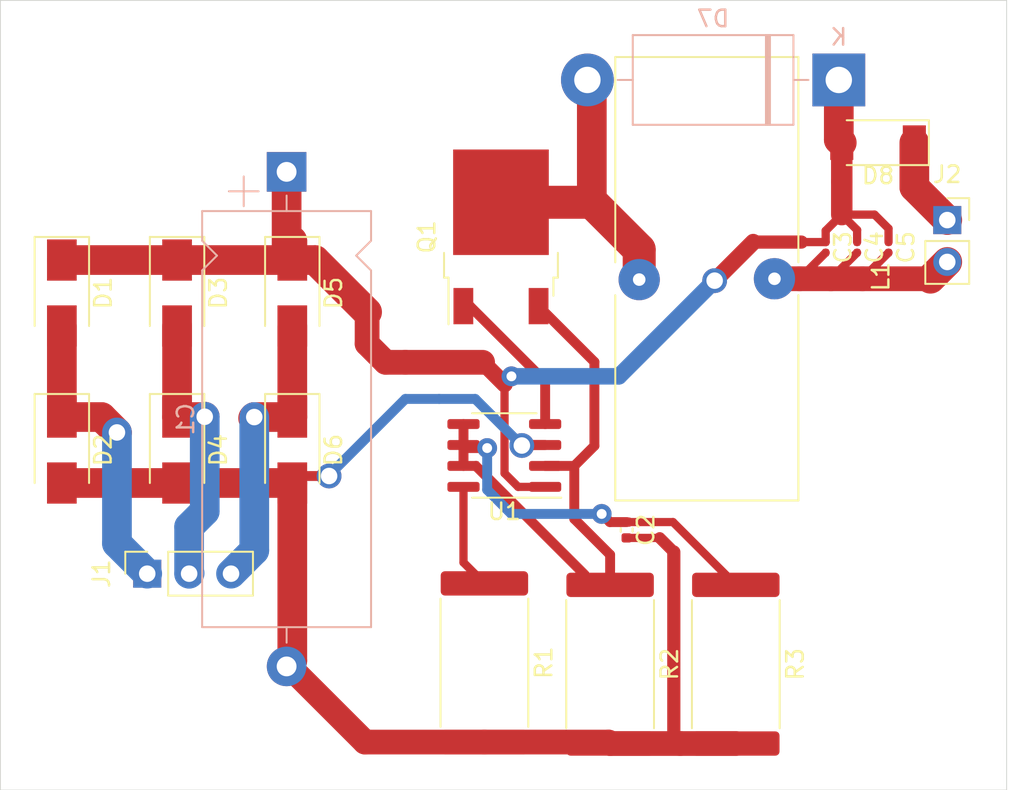
<source format=kicad_pcb>
(kicad_pcb (version 20171130) (host pcbnew "(5.1.8)-1")

  (general
    (thickness 1.6)
    (drawings 4)
    (tracks 134)
    (zones 0)
    (modules 21)
    (nets 13)
  )

  (page A4)
  (title_block
    (title "Buck Converter")
    (date 2021-01-10)
    (rev v1.1)
    (company ODTÜ)
  )

  (layers
    (0 F.Cu signal)
    (31 B.Cu signal)
    (32 B.Adhes user)
    (33 F.Adhes user)
    (34 B.Paste user)
    (35 F.Paste user)
    (36 B.SilkS user)
    (37 F.SilkS user)
    (38 B.Mask user)
    (39 F.Mask user)
    (40 Dwgs.User user)
    (41 Cmts.User user)
    (42 Eco1.User user)
    (43 Eco2.User user)
    (44 Edge.Cuts user)
    (45 Margin user)
    (46 B.CrtYd user)
    (47 F.CrtYd user)
    (48 B.Fab user)
    (49 F.Fab user)
  )

  (setup
    (last_trace_width 1.3)
    (user_trace_width 0.5)
    (user_trace_width 0.85)
    (user_trace_width 0.9)
    (user_trace_width 1)
    (user_trace_width 1.3)
    (user_trace_width 1.5)
    (user_trace_width 1.8)
    (user_trace_width 1.9)
    (user_trace_width 2)
    (user_trace_width 2.5)
    (user_trace_width 5)
    (user_trace_width 6)
    (trace_clearance 0.05)
    (zone_clearance 0.508)
    (zone_45_only no)
    (trace_min 0.2)
    (via_size 0.8)
    (via_drill 0.4)
    (via_min_size 0.4)
    (via_min_drill 0.3)
    (user_via 1.2 0.6)
    (user_via 1.5 1)
    (uvia_size 0.3)
    (uvia_drill 0.1)
    (uvias_allowed no)
    (uvia_min_size 0.2)
    (uvia_min_drill 0.1)
    (edge_width 0.05)
    (segment_width 0.2)
    (pcb_text_width 0.3)
    (pcb_text_size 1.5 1.5)
    (mod_edge_width 0.12)
    (mod_text_size 1 1)
    (mod_text_width 0.15)
    (pad_size 1.524 1.524)
    (pad_drill 0.762)
    (pad_to_mask_clearance 0)
    (aux_axis_origin 0 0)
    (visible_elements 7FFFFFFF)
    (pcbplotparams
      (layerselection 0x010fc_ffffffff)
      (usegerberextensions false)
      (usegerberattributes true)
      (usegerberadvancedattributes true)
      (creategerberjobfile true)
      (excludeedgelayer true)
      (linewidth 0.100000)
      (plotframeref false)
      (viasonmask false)
      (mode 1)
      (useauxorigin false)
      (hpglpennumber 1)
      (hpglpenspeed 20)
      (hpglpendiameter 15.000000)
      (psnegative false)
      (psa4output false)
      (plotreference true)
      (plotvalue true)
      (plotinvisibletext false)
      (padsonsilk false)
      (subtractmaskfromsilk false)
      (outputformat 1)
      (mirror false)
      (drillshape 1)
      (scaleselection 1)
      (outputdirectory ""))
  )

  (net 0 "")
  (net 1 "Net-(C1-Pad1)")
  (net 2 GND)
  (net 3 "Net-(C2-Pad1)")
  (net 4 "Net-(C3-Pad2)")
  (net 5 "Net-(D1-Pad2)")
  (net 6 "Net-(D3-Pad2)")
  (net 7 "Net-(D5-Pad2)")
  (net 8 "Net-(D7-Pad2)")
  (net 9 "Net-(D8-Pad1)")
  (net 10 "Net-(Q1-Pad1)")
  (net 11 "Net-(Q1-Pad3)")
  (net 12 "Net-(R1-Pad1)")

  (net_class Default "This is the default net class."
    (clearance 0.05)
    (trace_width 0.6)
    (via_dia 0.8)
    (via_drill 0.4)
    (uvia_dia 0.3)
    (uvia_drill 0.1)
    (add_net GND)
    (add_net "Net-(C1-Pad1)")
    (add_net "Net-(C2-Pad1)")
    (add_net "Net-(C3-Pad2)")
    (add_net "Net-(D1-Pad2)")
    (add_net "Net-(D3-Pad2)")
    (add_net "Net-(D5-Pad2)")
    (add_net "Net-(D7-Pad2)")
    (add_net "Net-(D8-Pad1)")
    (add_net "Net-(Q1-Pad1)")
    (add_net "Net-(Q1-Pad3)")
    (add_net "Net-(R1-Pad1)")
  )

  (module kutuphane_footprint:T106-3_Inductor (layer F.Cu) (tedit 5FFAED32) (tstamp 5FFB0F40)
    (at 231.775 95.885 90)
    (path /5FF948E1)
    (fp_text reference L1 (at 0.127 11.6 90) (layer F.SilkS)
      (effects (font (size 1 1) (thickness 0.15)))
    )
    (fp_text value L (at 0 -7.239 90) (layer F.Fab)
      (effects (font (size 1 1) (thickness 0.15)))
    )
    (fp_line (start -1.3 -4.35) (end -1.15 -3.75) (layer Dwgs.User) (width 0.06))
    (fp_line (start 10.7 -4.35) (end 13.25 4.8) (layer Dwgs.User) (width 0.06))
    (fp_line (start 7.7 -4.35) (end 10.7 6.45) (layer Dwgs.User) (width 0.06))
    (fp_line (start 7.7 6.45) (end 4.7 -4.35) (layer Dwgs.User) (width 0.06))
    (fp_line (start 4.7 6.45) (end 1.7 -4.35) (layer Dwgs.User) (width 0.06))
    (fp_line (start -0.6 -1.9) (end 1.7 6.45) (layer Dwgs.User) (width 0.06))
    (fp_line (start -1.3 6.45) (end -4.3 -4.35) (layer Dwgs.User) (width 0.06))
    (fp_line (start -7.3 -4.35) (end -4.3 6.45) (layer Dwgs.User) (width 0.06))
    (fp_line (start -7.3 6.45) (end -10.3 -4.35) (layer Dwgs.User) (width 0.06))
    (fp_line (start -13.3 -4.35) (end -10.3 6.45) (layer Dwgs.User) (width 0.06))
    (fp_line (start -13.3 6.45) (end -13.3 -4.35) (layer Dwgs.User) (width 0.06))
    (fp_line (start 13.3 6.45) (end -13.3 6.45) (layer Dwgs.User) (width 0.06))
    (fp_line (start 13.3 -4.35) (end 13.3 6.45) (layer Dwgs.User) (width 0.06))
    (fp_line (start -13.3 -4.35) (end 13.3 -4.35) (layer Dwgs.User) (width 0.06))
    (fp_line (start -13.55 6.7) (end -13.55 -4.6) (layer Dwgs.User) (width 0.03))
    (fp_line (start 13.55 6.7) (end -13.55 6.7) (layer Dwgs.User) (width 0.03))
    (fp_line (start 13.55 -4.6) (end 13.55 6.7) (layer Dwgs.User) (width 0.03))
    (fp_line (start -13.55 -4.6) (end 13.55 -4.6) (layer Dwgs.User) (width 0.03))
    (fp_line (start -13.45 6.6) (end -13.45 -4.5) (layer F.SilkS) (width 0.12))
    (fp_line (start -1 6.6) (end -13.45 6.6) (layer F.SilkS) (width 0.12))
    (fp_line (start 13.45 6.6) (end 1 6.6) (layer F.SilkS) (width 0.12))
    (fp_line (start 13.45 -4.5) (end 13.45 6.6) (layer F.SilkS) (width 0.12))
    (fp_line (start 1 -4.5) (end 13.45 -4.5) (layer F.SilkS) (width 0.12))
    (fp_line (start -1 -4.5) (end -13.45 -4.5) (layer F.SilkS) (width 0.12))
    (pad 1 thru_hole circle (at -0.05 -3.05 90) (size 2.5 2.5) (drill 0.762) (layers *.Cu *.Mask)
      (net 8 "Net-(D7-Pad2)"))
    (pad 2 thru_hole circle (at 0 5.15 90) (size 2.5 2.5) (drill 0.762) (layers *.Cu *.Mask)
      (net 4 "Net-(C3-Pad2)"))
  )

  (module Capacitor_THT:CP_Axial_L25.0mm_D10.0mm_P30.00mm_Horizontal (layer B.Cu) (tedit 5AE50EF2) (tstamp 5FFB0DE9)
    (at 207.35 89.4 270)
    (descr "CP, Axial series, Axial, Horizontal, pin pitch=30mm, , length*diameter=25*10mm^2, Electrolytic Capacitor, , http://www.vishay.com/docs/28325/021asm.pdf")
    (tags "CP Axial series Axial Horizontal pin pitch 30mm  length 25mm diameter 10mm Electrolytic Capacitor")
    (path /5FF95D6D)
    (fp_text reference C1 (at 15 6.12 270) (layer B.SilkS)
      (effects (font (size 1 1) (thickness 0.15)) (justify mirror))
    )
    (fp_text value CP1 (at 15 -6.12 270) (layer B.Fab)
      (effects (font (size 1 1) (thickness 0.15)) (justify mirror))
    )
    (fp_text user %R (at 15 0 270) (layer B.Fab)
      (effects (font (size 1 1) (thickness 0.15)) (justify mirror))
    )
    (fp_line (start 2.5 5) (end 2.5 -5) (layer B.Fab) (width 0.1))
    (fp_line (start 27.5 5) (end 27.5 -5) (layer B.Fab) (width 0.1))
    (fp_line (start 2.5 5) (end 4.18 5) (layer B.Fab) (width 0.1))
    (fp_line (start 4.18 5) (end 5.08 4.1) (layer B.Fab) (width 0.1))
    (fp_line (start 5.08 4.1) (end 5.98 5) (layer B.Fab) (width 0.1))
    (fp_line (start 5.98 5) (end 27.5 5) (layer B.Fab) (width 0.1))
    (fp_line (start 2.5 -5) (end 4.18 -5) (layer B.Fab) (width 0.1))
    (fp_line (start 4.18 -5) (end 5.08 -4.1) (layer B.Fab) (width 0.1))
    (fp_line (start 5.08 -4.1) (end 5.98 -5) (layer B.Fab) (width 0.1))
    (fp_line (start 5.98 -5) (end 27.5 -5) (layer B.Fab) (width 0.1))
    (fp_line (start 0 0) (end 2.5 0) (layer B.Fab) (width 0.1))
    (fp_line (start 30 0) (end 27.5 0) (layer B.Fab) (width 0.1))
    (fp_line (start 4.2 0) (end 6 0) (layer B.Fab) (width 0.1))
    (fp_line (start 5.1 0.9) (end 5.1 -0.9) (layer B.Fab) (width 0.1))
    (fp_line (start 0.28 2.6) (end 2.08 2.6) (layer B.SilkS) (width 0.12))
    (fp_line (start 1.18 3.5) (end 1.18 1.7) (layer B.SilkS) (width 0.12))
    (fp_line (start 2.38 5.12) (end 2.38 -5.12) (layer B.SilkS) (width 0.12))
    (fp_line (start 27.62 5.12) (end 27.62 -5.12) (layer B.SilkS) (width 0.12))
    (fp_line (start 2.38 5.12) (end 4.18 5.12) (layer B.SilkS) (width 0.12))
    (fp_line (start 4.18 5.12) (end 5.08 4.22) (layer B.SilkS) (width 0.12))
    (fp_line (start 5.08 4.22) (end 5.98 5.12) (layer B.SilkS) (width 0.12))
    (fp_line (start 5.98 5.12) (end 27.62 5.12) (layer B.SilkS) (width 0.12))
    (fp_line (start 2.38 -5.12) (end 4.18 -5.12) (layer B.SilkS) (width 0.12))
    (fp_line (start 4.18 -5.12) (end 5.08 -4.22) (layer B.SilkS) (width 0.12))
    (fp_line (start 5.08 -4.22) (end 5.98 -5.12) (layer B.SilkS) (width 0.12))
    (fp_line (start 5.98 -5.12) (end 27.62 -5.12) (layer B.SilkS) (width 0.12))
    (fp_line (start 1.44 0) (end 2.38 0) (layer B.SilkS) (width 0.12))
    (fp_line (start 28.56 0) (end 27.62 0) (layer B.SilkS) (width 0.12))
    (fp_line (start -1.45 5.25) (end -1.45 -5.25) (layer B.CrtYd) (width 0.05))
    (fp_line (start -1.45 -5.25) (end 31.45 -5.25) (layer B.CrtYd) (width 0.05))
    (fp_line (start 31.45 -5.25) (end 31.45 5.25) (layer B.CrtYd) (width 0.05))
    (fp_line (start 31.45 5.25) (end -1.45 5.25) (layer B.CrtYd) (width 0.05))
    (pad 2 thru_hole oval (at 30 0 270) (size 2.4 2.4) (drill 1.2) (layers *.Cu *.Mask)
      (net 2 GND))
    (pad 1 thru_hole rect (at 0 0 270) (size 2.4 2.4) (drill 1.2) (layers *.Cu *.Mask)
      (net 1 "Net-(C1-Pad1)"))
    (model ${KISYS3DMOD}/Capacitor_THT.3dshapes/CP_Axial_L25.0mm_D10.0mm_P30.00mm_Horizontal.wrl
      (at (xyz 0 0 0))
      (scale (xyz 1 1 1))
      (rotate (xyz 0 0 0))
    )
  )

  (module Capacitor_SMD:C_0402_1005Metric (layer F.Cu) (tedit 5F68FEEE) (tstamp 5FFB0DFA)
    (at 227.965 111.125 270)
    (descr "Capacitor SMD 0402 (1005 Metric), square (rectangular) end terminal, IPC_7351 nominal, (Body size source: IPC-SM-782 page 76, https://www.pcb-3d.com/wordpress/wp-content/uploads/ipc-sm-782a_amendment_1_and_2.pdf), generated with kicad-footprint-generator")
    (tags capacitor)
    (path /5FF90FA9)
    (attr smd)
    (fp_text reference C2 (at 0 -1.16 90) (layer F.SilkS)
      (effects (font (size 1 1) (thickness 0.15)))
    )
    (fp_text value CP1 (at 0 1.16 90) (layer F.Fab)
      (effects (font (size 1 1) (thickness 0.15)))
    )
    (fp_line (start -0.5 0.25) (end -0.5 -0.25) (layer F.Fab) (width 0.1))
    (fp_line (start -0.5 -0.25) (end 0.5 -0.25) (layer F.Fab) (width 0.1))
    (fp_line (start 0.5 -0.25) (end 0.5 0.25) (layer F.Fab) (width 0.1))
    (fp_line (start 0.5 0.25) (end -0.5 0.25) (layer F.Fab) (width 0.1))
    (fp_line (start -0.107836 -0.36) (end 0.107836 -0.36) (layer F.SilkS) (width 0.12))
    (fp_line (start -0.107836 0.36) (end 0.107836 0.36) (layer F.SilkS) (width 0.12))
    (fp_line (start -0.91 0.46) (end -0.91 -0.46) (layer F.CrtYd) (width 0.05))
    (fp_line (start -0.91 -0.46) (end 0.91 -0.46) (layer F.CrtYd) (width 0.05))
    (fp_line (start 0.91 -0.46) (end 0.91 0.46) (layer F.CrtYd) (width 0.05))
    (fp_line (start 0.91 0.46) (end -0.91 0.46) (layer F.CrtYd) (width 0.05))
    (fp_text user %R (at 0 0 90) (layer F.Fab)
      (effects (font (size 0.25 0.25) (thickness 0.04)))
    )
    (pad 2 smd roundrect (at 0.48 0 270) (size 0.56 0.62) (layers F.Cu F.Paste F.Mask) (roundrect_rratio 0.25)
      (net 2 GND))
    (pad 1 smd roundrect (at -0.48 0 270) (size 0.56 0.62) (layers F.Cu F.Paste F.Mask) (roundrect_rratio 0.25)
      (net 3 "Net-(C2-Pad1)"))
    (model ${KISYS3DMOD}/Capacitor_SMD.3dshapes/C_0402_1005Metric.wrl
      (at (xyz 0 0 0))
      (scale (xyz 1 1 1))
      (rotate (xyz 0 0 0))
    )
  )

  (module Capacitor_SMD:C_0201_0603Metric (layer F.Cu) (tedit 5F68FEEE) (tstamp 5FFB0E0B)
    (at 240.03 93.98 270)
    (descr "Capacitor SMD 0201 (0603 Metric), square (rectangular) end terminal, IPC_7351 nominal, (Body size source: https://www.vishay.com/docs/20052/crcw0201e3.pdf), generated with kicad-footprint-generator")
    (tags capacitor)
    (path /5FFA0F5C)
    (attr smd)
    (fp_text reference C3 (at 0 -1.05 90) (layer F.SilkS)
      (effects (font (size 1 1) (thickness 0.15)))
    )
    (fp_text value CP1 (at 0 1.05 90) (layer F.Fab)
      (effects (font (size 1 1) (thickness 0.15)))
    )
    (fp_line (start 0.7 0.35) (end -0.7 0.35) (layer F.CrtYd) (width 0.05))
    (fp_line (start 0.7 -0.35) (end 0.7 0.35) (layer F.CrtYd) (width 0.05))
    (fp_line (start -0.7 -0.35) (end 0.7 -0.35) (layer F.CrtYd) (width 0.05))
    (fp_line (start -0.7 0.35) (end -0.7 -0.35) (layer F.CrtYd) (width 0.05))
    (fp_line (start 0.3 0.15) (end -0.3 0.15) (layer F.Fab) (width 0.1))
    (fp_line (start 0.3 -0.15) (end 0.3 0.15) (layer F.Fab) (width 0.1))
    (fp_line (start -0.3 -0.15) (end 0.3 -0.15) (layer F.Fab) (width 0.1))
    (fp_line (start -0.3 0.15) (end -0.3 -0.15) (layer F.Fab) (width 0.1))
    (fp_text user %R (at 0 -0.68 90) (layer F.Fab)
      (effects (font (size 0.25 0.25) (thickness 0.04)))
    )
    (pad "" smd roundrect (at -0.345 0 270) (size 0.318 0.36) (layers F.Paste) (roundrect_rratio 0.25))
    (pad "" smd roundrect (at 0.345 0 270) (size 0.318 0.36) (layers F.Paste) (roundrect_rratio 0.25))
    (pad 1 smd roundrect (at -0.32 0 270) (size 0.46 0.4) (layers F.Cu F.Mask) (roundrect_rratio 0.25)
      (net 1 "Net-(C1-Pad1)"))
    (pad 2 smd roundrect (at 0.32 0 270) (size 0.46 0.4) (layers F.Cu F.Mask) (roundrect_rratio 0.25)
      (net 4 "Net-(C3-Pad2)"))
    (model ${KISYS3DMOD}/Capacitor_SMD.3dshapes/C_0201_0603Metric.wrl
      (at (xyz 0 0 0))
      (scale (xyz 1 1 1))
      (rotate (xyz 0 0 0))
    )
  )

  (module Capacitor_SMD:C_0201_0603Metric (layer F.Cu) (tedit 5F68FEEE) (tstamp 5FFB0E1C)
    (at 241.935 93.98 270)
    (descr "Capacitor SMD 0201 (0603 Metric), square (rectangular) end terminal, IPC_7351 nominal, (Body size source: https://www.vishay.com/docs/20052/crcw0201e3.pdf), generated with kicad-footprint-generator")
    (tags capacitor)
    (path /5FFB0889)
    (attr smd)
    (fp_text reference C4 (at 0 -1.05 90) (layer F.SilkS)
      (effects (font (size 1 1) (thickness 0.15)))
    )
    (fp_text value CP1 (at 0 1.05 90) (layer F.Fab)
      (effects (font (size 1 1) (thickness 0.15)))
    )
    (fp_line (start -0.3 0.15) (end -0.3 -0.15) (layer F.Fab) (width 0.1))
    (fp_line (start -0.3 -0.15) (end 0.3 -0.15) (layer F.Fab) (width 0.1))
    (fp_line (start 0.3 -0.15) (end 0.3 0.15) (layer F.Fab) (width 0.1))
    (fp_line (start 0.3 0.15) (end -0.3 0.15) (layer F.Fab) (width 0.1))
    (fp_line (start -0.7 0.35) (end -0.7 -0.35) (layer F.CrtYd) (width 0.05))
    (fp_line (start -0.7 -0.35) (end 0.7 -0.35) (layer F.CrtYd) (width 0.05))
    (fp_line (start 0.7 -0.35) (end 0.7 0.35) (layer F.CrtYd) (width 0.05))
    (fp_line (start 0.7 0.35) (end -0.7 0.35) (layer F.CrtYd) (width 0.05))
    (fp_text user %R (at 0 -0.68 90) (layer F.Fab)
      (effects (font (size 0.25 0.25) (thickness 0.04)))
    )
    (pad 2 smd roundrect (at 0.32 0 270) (size 0.46 0.4) (layers F.Cu F.Mask) (roundrect_rratio 0.25)
      (net 4 "Net-(C3-Pad2)"))
    (pad 1 smd roundrect (at -0.32 0 270) (size 0.46 0.4) (layers F.Cu F.Mask) (roundrect_rratio 0.25)
      (net 1 "Net-(C1-Pad1)"))
    (pad "" smd roundrect (at 0.345 0 270) (size 0.318 0.36) (layers F.Paste) (roundrect_rratio 0.25))
    (pad "" smd roundrect (at -0.345 0 270) (size 0.318 0.36) (layers F.Paste) (roundrect_rratio 0.25))
    (model ${KISYS3DMOD}/Capacitor_SMD.3dshapes/C_0201_0603Metric.wrl
      (at (xyz 0 0 0))
      (scale (xyz 1 1 1))
      (rotate (xyz 0 0 0))
    )
  )

  (module Capacitor_SMD:C_0201_0603Metric (layer F.Cu) (tedit 5F68FEEE) (tstamp 5FFB0E2D)
    (at 243.84 93.98 270)
    (descr "Capacitor SMD 0201 (0603 Metric), square (rectangular) end terminal, IPC_7351 nominal, (Body size source: https://www.vishay.com/docs/20052/crcw0201e3.pdf), generated with kicad-footprint-generator")
    (tags capacitor)
    (path /5FFB13E8)
    (attr smd)
    (fp_text reference C5 (at 0 -1.05 90) (layer F.SilkS)
      (effects (font (size 1 1) (thickness 0.15)))
    )
    (fp_text value CP1 (at 0 1.05 90) (layer F.Fab)
      (effects (font (size 1 1) (thickness 0.15)))
    )
    (fp_line (start 0.7 0.35) (end -0.7 0.35) (layer F.CrtYd) (width 0.05))
    (fp_line (start 0.7 -0.35) (end 0.7 0.35) (layer F.CrtYd) (width 0.05))
    (fp_line (start -0.7 -0.35) (end 0.7 -0.35) (layer F.CrtYd) (width 0.05))
    (fp_line (start -0.7 0.35) (end -0.7 -0.35) (layer F.CrtYd) (width 0.05))
    (fp_line (start 0.3 0.15) (end -0.3 0.15) (layer F.Fab) (width 0.1))
    (fp_line (start 0.3 -0.15) (end 0.3 0.15) (layer F.Fab) (width 0.1))
    (fp_line (start -0.3 -0.15) (end 0.3 -0.15) (layer F.Fab) (width 0.1))
    (fp_line (start -0.3 0.15) (end -0.3 -0.15) (layer F.Fab) (width 0.1))
    (fp_text user %R (at 0 -0.68 90) (layer F.Fab)
      (effects (font (size 0.25 0.25) (thickness 0.04)))
    )
    (pad "" smd roundrect (at -0.345 0 270) (size 0.318 0.36) (layers F.Paste) (roundrect_rratio 0.25))
    (pad "" smd roundrect (at 0.345 0 270) (size 0.318 0.36) (layers F.Paste) (roundrect_rratio 0.25))
    (pad 1 smd roundrect (at -0.32 0 270) (size 0.46 0.4) (layers F.Cu F.Mask) (roundrect_rratio 0.25)
      (net 1 "Net-(C1-Pad1)"))
    (pad 2 smd roundrect (at 0.32 0 270) (size 0.46 0.4) (layers F.Cu F.Mask) (roundrect_rratio 0.25)
      (net 4 "Net-(C3-Pad2)"))
    (model ${KISYS3DMOD}/Capacitor_SMD.3dshapes/C_0201_0603Metric.wrl
      (at (xyz 0 0 0))
      (scale (xyz 1 1 1))
      (rotate (xyz 0 0 0))
    )
  )

  (module Diode_SMD:D_SMA (layer F.Cu) (tedit 586432E5) (tstamp 5FFB0E45)
    (at 193.725 96.75 270)
    (descr "Diode SMA (DO-214AC)")
    (tags "Diode SMA (DO-214AC)")
    (path /5FFBE7C3)
    (attr smd)
    (fp_text reference D1 (at 0 -2.5 90) (layer F.SilkS)
      (effects (font (size 1 1) (thickness 0.15)))
    )
    (fp_text value US1G (at 0 2.6 90) (layer F.Fab)
      (effects (font (size 1 1) (thickness 0.15)))
    )
    (fp_text user %R (at 0 -2.5 90) (layer F.Fab)
      (effects (font (size 1 1) (thickness 0.15)))
    )
    (fp_line (start -3.4 -1.65) (end -3.4 1.65) (layer F.SilkS) (width 0.12))
    (fp_line (start 2.3 1.5) (end -2.3 1.5) (layer F.Fab) (width 0.1))
    (fp_line (start -2.3 1.5) (end -2.3 -1.5) (layer F.Fab) (width 0.1))
    (fp_line (start 2.3 -1.5) (end 2.3 1.5) (layer F.Fab) (width 0.1))
    (fp_line (start 2.3 -1.5) (end -2.3 -1.5) (layer F.Fab) (width 0.1))
    (fp_line (start -3.5 -1.75) (end 3.5 -1.75) (layer F.CrtYd) (width 0.05))
    (fp_line (start 3.5 -1.75) (end 3.5 1.75) (layer F.CrtYd) (width 0.05))
    (fp_line (start 3.5 1.75) (end -3.5 1.75) (layer F.CrtYd) (width 0.05))
    (fp_line (start -3.5 1.75) (end -3.5 -1.75) (layer F.CrtYd) (width 0.05))
    (fp_line (start -0.64944 0.00102) (end -1.55114 0.00102) (layer F.Fab) (width 0.1))
    (fp_line (start 0.50118 0.00102) (end 1.4994 0.00102) (layer F.Fab) (width 0.1))
    (fp_line (start -0.64944 -0.79908) (end -0.64944 0.80112) (layer F.Fab) (width 0.1))
    (fp_line (start 0.50118 0.75032) (end 0.50118 -0.79908) (layer F.Fab) (width 0.1))
    (fp_line (start -0.64944 0.00102) (end 0.50118 0.75032) (layer F.Fab) (width 0.1))
    (fp_line (start -0.64944 0.00102) (end 0.50118 -0.79908) (layer F.Fab) (width 0.1))
    (fp_line (start -3.4 1.65) (end 2 1.65) (layer F.SilkS) (width 0.12))
    (fp_line (start -3.4 -1.65) (end 2 -1.65) (layer F.SilkS) (width 0.12))
    (pad 2 smd rect (at 2 0 270) (size 2.5 1.8) (layers F.Cu F.Paste F.Mask)
      (net 5 "Net-(D1-Pad2)"))
    (pad 1 smd rect (at -2 0 270) (size 2.5 1.8) (layers F.Cu F.Paste F.Mask)
      (net 1 "Net-(C1-Pad1)"))
    (model ${KISYS3DMOD}/Diode_SMD.3dshapes/D_SMA.wrl
      (at (xyz 0 0 0))
      (scale (xyz 1 1 1))
      (rotate (xyz 0 0 0))
    )
  )

  (module Diode_SMD:D_SMA (layer F.Cu) (tedit 586432E5) (tstamp 5FFB0E5D)
    (at 193.725 106.275 270)
    (descr "Diode SMA (DO-214AC)")
    (tags "Diode SMA (DO-214AC)")
    (path /5FFD08BC)
    (attr smd)
    (fp_text reference D2 (at 0 -2.5 90) (layer F.SilkS)
      (effects (font (size 1 1) (thickness 0.15)))
    )
    (fp_text value US1G (at 0 2.6 90) (layer F.Fab)
      (effects (font (size 1 1) (thickness 0.15)))
    )
    (fp_text user %R (at 0 -2.5 90) (layer F.Fab)
      (effects (font (size 1 1) (thickness 0.15)))
    )
    (fp_line (start -3.4 -1.65) (end 2 -1.65) (layer F.SilkS) (width 0.12))
    (fp_line (start -3.4 1.65) (end 2 1.65) (layer F.SilkS) (width 0.12))
    (fp_line (start -0.64944 0.00102) (end 0.50118 -0.79908) (layer F.Fab) (width 0.1))
    (fp_line (start -0.64944 0.00102) (end 0.50118 0.75032) (layer F.Fab) (width 0.1))
    (fp_line (start 0.50118 0.75032) (end 0.50118 -0.79908) (layer F.Fab) (width 0.1))
    (fp_line (start -0.64944 -0.79908) (end -0.64944 0.80112) (layer F.Fab) (width 0.1))
    (fp_line (start 0.50118 0.00102) (end 1.4994 0.00102) (layer F.Fab) (width 0.1))
    (fp_line (start -0.64944 0.00102) (end -1.55114 0.00102) (layer F.Fab) (width 0.1))
    (fp_line (start -3.5 1.75) (end -3.5 -1.75) (layer F.CrtYd) (width 0.05))
    (fp_line (start 3.5 1.75) (end -3.5 1.75) (layer F.CrtYd) (width 0.05))
    (fp_line (start 3.5 -1.75) (end 3.5 1.75) (layer F.CrtYd) (width 0.05))
    (fp_line (start -3.5 -1.75) (end 3.5 -1.75) (layer F.CrtYd) (width 0.05))
    (fp_line (start 2.3 -1.5) (end -2.3 -1.5) (layer F.Fab) (width 0.1))
    (fp_line (start 2.3 -1.5) (end 2.3 1.5) (layer F.Fab) (width 0.1))
    (fp_line (start -2.3 1.5) (end -2.3 -1.5) (layer F.Fab) (width 0.1))
    (fp_line (start 2.3 1.5) (end -2.3 1.5) (layer F.Fab) (width 0.1))
    (fp_line (start -3.4 -1.65) (end -3.4 1.65) (layer F.SilkS) (width 0.12))
    (pad 1 smd rect (at -2 0 270) (size 2.5 1.8) (layers F.Cu F.Paste F.Mask)
      (net 5 "Net-(D1-Pad2)"))
    (pad 2 smd rect (at 2 0 270) (size 2.5 1.8) (layers F.Cu F.Paste F.Mask)
      (net 2 GND))
    (model ${KISYS3DMOD}/Diode_SMD.3dshapes/D_SMA.wrl
      (at (xyz 0 0 0))
      (scale (xyz 1 1 1))
      (rotate (xyz 0 0 0))
    )
  )

  (module Diode_SMD:D_SMA (layer F.Cu) (tedit 586432E5) (tstamp 5FFB0E75)
    (at 200.71 96.75 270)
    (descr "Diode SMA (DO-214AC)")
    (tags "Diode SMA (DO-214AC)")
    (path /5FFC5787)
    (attr smd)
    (fp_text reference D3 (at 0 -2.5 90) (layer F.SilkS)
      (effects (font (size 1 1) (thickness 0.15)))
    )
    (fp_text value US1G (at 0 2.6 90) (layer F.Fab)
      (effects (font (size 1 1) (thickness 0.15)))
    )
    (fp_text user %R (at 0 -2.5 90) (layer F.Fab)
      (effects (font (size 1 1) (thickness 0.15)))
    )
    (fp_line (start -3.4 -1.65) (end 2 -1.65) (layer F.SilkS) (width 0.12))
    (fp_line (start -3.4 1.65) (end 2 1.65) (layer F.SilkS) (width 0.12))
    (fp_line (start -0.64944 0.00102) (end 0.50118 -0.79908) (layer F.Fab) (width 0.1))
    (fp_line (start -0.64944 0.00102) (end 0.50118 0.75032) (layer F.Fab) (width 0.1))
    (fp_line (start 0.50118 0.75032) (end 0.50118 -0.79908) (layer F.Fab) (width 0.1))
    (fp_line (start -0.64944 -0.79908) (end -0.64944 0.80112) (layer F.Fab) (width 0.1))
    (fp_line (start 0.50118 0.00102) (end 1.4994 0.00102) (layer F.Fab) (width 0.1))
    (fp_line (start -0.64944 0.00102) (end -1.55114 0.00102) (layer F.Fab) (width 0.1))
    (fp_line (start -3.5 1.75) (end -3.5 -1.75) (layer F.CrtYd) (width 0.05))
    (fp_line (start 3.5 1.75) (end -3.5 1.75) (layer F.CrtYd) (width 0.05))
    (fp_line (start 3.5 -1.75) (end 3.5 1.75) (layer F.CrtYd) (width 0.05))
    (fp_line (start -3.5 -1.75) (end 3.5 -1.75) (layer F.CrtYd) (width 0.05))
    (fp_line (start 2.3 -1.5) (end -2.3 -1.5) (layer F.Fab) (width 0.1))
    (fp_line (start 2.3 -1.5) (end 2.3 1.5) (layer F.Fab) (width 0.1))
    (fp_line (start -2.3 1.5) (end -2.3 -1.5) (layer F.Fab) (width 0.1))
    (fp_line (start 2.3 1.5) (end -2.3 1.5) (layer F.Fab) (width 0.1))
    (fp_line (start -3.4 -1.65) (end -3.4 1.65) (layer F.SilkS) (width 0.12))
    (pad 1 smd rect (at -2 0 270) (size 2.5 1.8) (layers F.Cu F.Paste F.Mask)
      (net 1 "Net-(C1-Pad1)"))
    (pad 2 smd rect (at 2 0 270) (size 2.5 1.8) (layers F.Cu F.Paste F.Mask)
      (net 6 "Net-(D3-Pad2)"))
    (model ${KISYS3DMOD}/Diode_SMD.3dshapes/D_SMA.wrl
      (at (xyz 0 0 0))
      (scale (xyz 1 1 1))
      (rotate (xyz 0 0 0))
    )
  )

  (module Diode_SMD:D_SMA (layer F.Cu) (tedit 586432E5) (tstamp 5FFB0E8D)
    (at 200.71 106.275 270)
    (descr "Diode SMA (DO-214AC)")
    (tags "Diode SMA (DO-214AC)")
    (path /5FFCFBD4)
    (attr smd)
    (fp_text reference D4 (at 0 -2.5 90) (layer F.SilkS)
      (effects (font (size 1 1) (thickness 0.15)))
    )
    (fp_text value US1G (at 0 2.6 90) (layer F.Fab)
      (effects (font (size 1 1) (thickness 0.15)))
    )
    (fp_text user %R (at 0 -2.5 90) (layer F.Fab)
      (effects (font (size 1 1) (thickness 0.15)))
    )
    (fp_line (start -3.4 -1.65) (end -3.4 1.65) (layer F.SilkS) (width 0.12))
    (fp_line (start 2.3 1.5) (end -2.3 1.5) (layer F.Fab) (width 0.1))
    (fp_line (start -2.3 1.5) (end -2.3 -1.5) (layer F.Fab) (width 0.1))
    (fp_line (start 2.3 -1.5) (end 2.3 1.5) (layer F.Fab) (width 0.1))
    (fp_line (start 2.3 -1.5) (end -2.3 -1.5) (layer F.Fab) (width 0.1))
    (fp_line (start -3.5 -1.75) (end 3.5 -1.75) (layer F.CrtYd) (width 0.05))
    (fp_line (start 3.5 -1.75) (end 3.5 1.75) (layer F.CrtYd) (width 0.05))
    (fp_line (start 3.5 1.75) (end -3.5 1.75) (layer F.CrtYd) (width 0.05))
    (fp_line (start -3.5 1.75) (end -3.5 -1.75) (layer F.CrtYd) (width 0.05))
    (fp_line (start -0.64944 0.00102) (end -1.55114 0.00102) (layer F.Fab) (width 0.1))
    (fp_line (start 0.50118 0.00102) (end 1.4994 0.00102) (layer F.Fab) (width 0.1))
    (fp_line (start -0.64944 -0.79908) (end -0.64944 0.80112) (layer F.Fab) (width 0.1))
    (fp_line (start 0.50118 0.75032) (end 0.50118 -0.79908) (layer F.Fab) (width 0.1))
    (fp_line (start -0.64944 0.00102) (end 0.50118 0.75032) (layer F.Fab) (width 0.1))
    (fp_line (start -0.64944 0.00102) (end 0.50118 -0.79908) (layer F.Fab) (width 0.1))
    (fp_line (start -3.4 1.65) (end 2 1.65) (layer F.SilkS) (width 0.12))
    (fp_line (start -3.4 -1.65) (end 2 -1.65) (layer F.SilkS) (width 0.12))
    (pad 2 smd rect (at 2 0 270) (size 2.5 1.8) (layers F.Cu F.Paste F.Mask)
      (net 2 GND))
    (pad 1 smd rect (at -2 0 270) (size 2.5 1.8) (layers F.Cu F.Paste F.Mask)
      (net 6 "Net-(D3-Pad2)"))
    (model ${KISYS3DMOD}/Diode_SMD.3dshapes/D_SMA.wrl
      (at (xyz 0 0 0))
      (scale (xyz 1 1 1))
      (rotate (xyz 0 0 0))
    )
  )

  (module Diode_SMD:D_SMA (layer F.Cu) (tedit 586432E5) (tstamp 5FFB0EA5)
    (at 207.695 96.75 270)
    (descr "Diode SMA (DO-214AC)")
    (tags "Diode SMA (DO-214AC)")
    (path /5FFCE750)
    (attr smd)
    (fp_text reference D5 (at 0 -2.5 90) (layer F.SilkS)
      (effects (font (size 1 1) (thickness 0.15)))
    )
    (fp_text value US1G (at 0 2.6 90) (layer F.Fab)
      (effects (font (size 1 1) (thickness 0.15)))
    )
    (fp_text user %R (at 0 -2.5 90) (layer F.Fab)
      (effects (font (size 1 1) (thickness 0.15)))
    )
    (fp_line (start -3.4 -1.65) (end -3.4 1.65) (layer F.SilkS) (width 0.12))
    (fp_line (start 2.3 1.5) (end -2.3 1.5) (layer F.Fab) (width 0.1))
    (fp_line (start -2.3 1.5) (end -2.3 -1.5) (layer F.Fab) (width 0.1))
    (fp_line (start 2.3 -1.5) (end 2.3 1.5) (layer F.Fab) (width 0.1))
    (fp_line (start 2.3 -1.5) (end -2.3 -1.5) (layer F.Fab) (width 0.1))
    (fp_line (start -3.5 -1.75) (end 3.5 -1.75) (layer F.CrtYd) (width 0.05))
    (fp_line (start 3.5 -1.75) (end 3.5 1.75) (layer F.CrtYd) (width 0.05))
    (fp_line (start 3.5 1.75) (end -3.5 1.75) (layer F.CrtYd) (width 0.05))
    (fp_line (start -3.5 1.75) (end -3.5 -1.75) (layer F.CrtYd) (width 0.05))
    (fp_line (start -0.64944 0.00102) (end -1.55114 0.00102) (layer F.Fab) (width 0.1))
    (fp_line (start 0.50118 0.00102) (end 1.4994 0.00102) (layer F.Fab) (width 0.1))
    (fp_line (start -0.64944 -0.79908) (end -0.64944 0.80112) (layer F.Fab) (width 0.1))
    (fp_line (start 0.50118 0.75032) (end 0.50118 -0.79908) (layer F.Fab) (width 0.1))
    (fp_line (start -0.64944 0.00102) (end 0.50118 0.75032) (layer F.Fab) (width 0.1))
    (fp_line (start -0.64944 0.00102) (end 0.50118 -0.79908) (layer F.Fab) (width 0.1))
    (fp_line (start -3.4 1.65) (end 2 1.65) (layer F.SilkS) (width 0.12))
    (fp_line (start -3.4 -1.65) (end 2 -1.65) (layer F.SilkS) (width 0.12))
    (pad 2 smd rect (at 2 0 270) (size 2.5 1.8) (layers F.Cu F.Paste F.Mask)
      (net 7 "Net-(D5-Pad2)"))
    (pad 1 smd rect (at -2 0 270) (size 2.5 1.8) (layers F.Cu F.Paste F.Mask)
      (net 1 "Net-(C1-Pad1)"))
    (model ${KISYS3DMOD}/Diode_SMD.3dshapes/D_SMA.wrl
      (at (xyz 0 0 0))
      (scale (xyz 1 1 1))
      (rotate (xyz 0 0 0))
    )
  )

  (module Diode_SMD:D_SMA (layer F.Cu) (tedit 586432E5) (tstamp 5FFB0EBD)
    (at 207.695 106.275 270)
    (descr "Diode SMA (DO-214AC)")
    (tags "Diode SMA (DO-214AC)")
    (path /5FFCF1AA)
    (attr smd)
    (fp_text reference D6 (at 0 -2.5 90) (layer F.SilkS)
      (effects (font (size 1 1) (thickness 0.15)))
    )
    (fp_text value US1G (at 0 2.6 90) (layer F.Fab)
      (effects (font (size 1 1) (thickness 0.15)))
    )
    (fp_text user %R (at 0 -2.5 90) (layer F.Fab)
      (effects (font (size 1 1) (thickness 0.15)))
    )
    (fp_line (start -3.4 -1.65) (end 2 -1.65) (layer F.SilkS) (width 0.12))
    (fp_line (start -3.4 1.65) (end 2 1.65) (layer F.SilkS) (width 0.12))
    (fp_line (start -0.64944 0.00102) (end 0.50118 -0.79908) (layer F.Fab) (width 0.1))
    (fp_line (start -0.64944 0.00102) (end 0.50118 0.75032) (layer F.Fab) (width 0.1))
    (fp_line (start 0.50118 0.75032) (end 0.50118 -0.79908) (layer F.Fab) (width 0.1))
    (fp_line (start -0.64944 -0.79908) (end -0.64944 0.80112) (layer F.Fab) (width 0.1))
    (fp_line (start 0.50118 0.00102) (end 1.4994 0.00102) (layer F.Fab) (width 0.1))
    (fp_line (start -0.64944 0.00102) (end -1.55114 0.00102) (layer F.Fab) (width 0.1))
    (fp_line (start -3.5 1.75) (end -3.5 -1.75) (layer F.CrtYd) (width 0.05))
    (fp_line (start 3.5 1.75) (end -3.5 1.75) (layer F.CrtYd) (width 0.05))
    (fp_line (start 3.5 -1.75) (end 3.5 1.75) (layer F.CrtYd) (width 0.05))
    (fp_line (start -3.5 -1.75) (end 3.5 -1.75) (layer F.CrtYd) (width 0.05))
    (fp_line (start 2.3 -1.5) (end -2.3 -1.5) (layer F.Fab) (width 0.1))
    (fp_line (start 2.3 -1.5) (end 2.3 1.5) (layer F.Fab) (width 0.1))
    (fp_line (start -2.3 1.5) (end -2.3 -1.5) (layer F.Fab) (width 0.1))
    (fp_line (start 2.3 1.5) (end -2.3 1.5) (layer F.Fab) (width 0.1))
    (fp_line (start -3.4 -1.65) (end -3.4 1.65) (layer F.SilkS) (width 0.12))
    (pad 1 smd rect (at -2 0 270) (size 2.5 1.8) (layers F.Cu F.Paste F.Mask)
      (net 7 "Net-(D5-Pad2)"))
    (pad 2 smd rect (at 2 0 270) (size 2.5 1.8) (layers F.Cu F.Paste F.Mask)
      (net 2 GND))
    (model ${KISYS3DMOD}/Diode_SMD.3dshapes/D_SMA.wrl
      (at (xyz 0 0 0))
      (scale (xyz 1 1 1))
      (rotate (xyz 0 0 0))
    )
  )

  (module Diode_THT:D_DO-201AD_P15.24mm_Horizontal (layer B.Cu) (tedit 5AE50CD5) (tstamp 5FFB0EDC)
    (at 240.825 83.825 180)
    (descr "Diode, DO-201AD series, Axial, Horizontal, pin pitch=15.24mm, , length*diameter=9.5*5.2mm^2, , http://www.diodes.com/_files/packages/DO-201AD.pdf")
    (tags "Diode DO-201AD series Axial Horizontal pin pitch 15.24mm  length 9.5mm diameter 5.2mm")
    (path /5FFDD25C)
    (fp_text reference D7 (at 7.62 3.72) (layer B.SilkS)
      (effects (font (size 1 1) (thickness 0.15)) (justify mirror))
    )
    (fp_text value UF5404-E3/54 (at 7.62 -3.72) (layer B.Fab)
      (effects (font (size 1 1) (thickness 0.15)) (justify mirror))
    )
    (fp_text user K (at 0 2.6) (layer B.SilkS)
      (effects (font (size 1 1) (thickness 0.15)) (justify mirror))
    )
    (fp_text user K (at 0 2.6) (layer B.Fab)
      (effects (font (size 1 1) (thickness 0.15)) (justify mirror))
    )
    (fp_text user %R (at 8.3325 0) (layer B.Fab)
      (effects (font (size 1 1) (thickness 0.15)) (justify mirror))
    )
    (fp_line (start 2.87 2.6) (end 2.87 -2.6) (layer B.Fab) (width 0.1))
    (fp_line (start 2.87 -2.6) (end 12.37 -2.6) (layer B.Fab) (width 0.1))
    (fp_line (start 12.37 -2.6) (end 12.37 2.6) (layer B.Fab) (width 0.1))
    (fp_line (start 12.37 2.6) (end 2.87 2.6) (layer B.Fab) (width 0.1))
    (fp_line (start 0 0) (end 2.87 0) (layer B.Fab) (width 0.1))
    (fp_line (start 15.24 0) (end 12.37 0) (layer B.Fab) (width 0.1))
    (fp_line (start 4.295 2.6) (end 4.295 -2.6) (layer B.Fab) (width 0.1))
    (fp_line (start 4.395 2.6) (end 4.395 -2.6) (layer B.Fab) (width 0.1))
    (fp_line (start 4.195 2.6) (end 4.195 -2.6) (layer B.Fab) (width 0.1))
    (fp_line (start 2.75 2.72) (end 2.75 -2.72) (layer B.SilkS) (width 0.12))
    (fp_line (start 2.75 -2.72) (end 12.49 -2.72) (layer B.SilkS) (width 0.12))
    (fp_line (start 12.49 -2.72) (end 12.49 2.72) (layer B.SilkS) (width 0.12))
    (fp_line (start 12.49 2.72) (end 2.75 2.72) (layer B.SilkS) (width 0.12))
    (fp_line (start 1.84 0) (end 2.75 0) (layer B.SilkS) (width 0.12))
    (fp_line (start 13.4 0) (end 12.49 0) (layer B.SilkS) (width 0.12))
    (fp_line (start 4.295 2.72) (end 4.295 -2.72) (layer B.SilkS) (width 0.12))
    (fp_line (start 4.415 2.72) (end 4.415 -2.72) (layer B.SilkS) (width 0.12))
    (fp_line (start 4.175 2.72) (end 4.175 -2.72) (layer B.SilkS) (width 0.12))
    (fp_line (start -1.85 2.85) (end -1.85 -2.85) (layer B.CrtYd) (width 0.05))
    (fp_line (start -1.85 -2.85) (end 17.09 -2.85) (layer B.CrtYd) (width 0.05))
    (fp_line (start 17.09 -2.85) (end 17.09 2.85) (layer B.CrtYd) (width 0.05))
    (fp_line (start 17.09 2.85) (end -1.85 2.85) (layer B.CrtYd) (width 0.05))
    (pad 2 thru_hole oval (at 15.24 0 180) (size 3.2 3.2) (drill 1.6) (layers *.Cu *.Mask)
      (net 8 "Net-(D7-Pad2)"))
    (pad 1 thru_hole rect (at 0 0 180) (size 3.2 3.2) (drill 1.6) (layers *.Cu *.Mask)
      (net 1 "Net-(C1-Pad1)"))
    (model ${KISYS3DMOD}/Diode_THT.3dshapes/D_DO-201AD_P15.24mm_Horizontal.wrl
      (at (xyz 0 0 0))
      (scale (xyz 1 1 1))
      (rotate (xyz 0 0 0))
    )
  )

  (module Diode_SMD:D_SOD-128 (layer F.Cu) (tedit 5D3216F4) (tstamp 5FFB0EF5)
    (at 243.205 87.63 180)
    (descr "D_SOD-128 (CFP5 SlimSMAW), https://assets.nexperia.com/documents/outline-drawing/SOD128.pdf")
    (tags D_SOD-128)
    (path /5FFE3A52)
    (attr smd)
    (fp_text reference D8 (at 0 -2) (layer F.SilkS)
      (effects (font (size 1 1) (thickness 0.15)))
    )
    (fp_text value PMEG6030EP,115 (at 0 2) (layer F.Fab)
      (effects (font (size 1 1) (thickness 0.15)))
    )
    (fp_line (start -3.08 -1.36) (end 1.9 -1.36) (layer F.SilkS) (width 0.12))
    (fp_line (start -3.08 1.36) (end 1.9 1.36) (layer F.SilkS) (width 0.12))
    (fp_line (start -3.15 -1.5) (end -3.15 1.5) (layer F.CrtYd) (width 0.05))
    (fp_line (start 3.15 1.5) (end -3.15 1.5) (layer F.CrtYd) (width 0.05))
    (fp_line (start 3.15 -1.5) (end 3.15 1.5) (layer F.CrtYd) (width 0.05))
    (fp_line (start -3.15 -1.5) (end 3.15 -1.5) (layer F.CrtYd) (width 0.05))
    (fp_line (start -1.9 -1.25) (end 1.9 -1.25) (layer F.Fab) (width 0.1))
    (fp_line (start 1.9 -1.25) (end 1.9 1.25) (layer F.Fab) (width 0.1))
    (fp_line (start 1.9 1.25) (end -1.9 1.25) (layer F.Fab) (width 0.1))
    (fp_line (start -1.9 1.25) (end -1.9 -1.25) (layer F.Fab) (width 0.1))
    (fp_line (start -0.75 0) (end -0.35 0) (layer F.Fab) (width 0.1))
    (fp_line (start -0.35 0) (end -0.35 -0.55) (layer F.Fab) (width 0.1))
    (fp_line (start -0.35 0) (end -0.35 0.55) (layer F.Fab) (width 0.1))
    (fp_line (start -0.35 0) (end 0.25 -0.4) (layer F.Fab) (width 0.1))
    (fp_line (start 0.25 -0.4) (end 0.25 0.4) (layer F.Fab) (width 0.1))
    (fp_line (start 0.25 0.4) (end -0.35 0) (layer F.Fab) (width 0.1))
    (fp_line (start 0.25 0) (end 0.75 0) (layer F.Fab) (width 0.1))
    (fp_line (start -3.08 -1.36) (end -3.08 1.36) (layer F.SilkS) (width 0.12))
    (fp_text user %R (at 0 -2) (layer F.Fab)
      (effects (font (size 1 1) (thickness 0.15)))
    )
    (pad 1 smd rect (at -2.2 0 180) (size 1.4 2.1) (layers F.Cu F.Paste F.Mask)
      (net 9 "Net-(D8-Pad1)"))
    (pad 2 smd rect (at 2.2 0 180) (size 1.4 2.1) (layers F.Cu F.Paste F.Mask)
      (net 1 "Net-(C1-Pad1)"))
    (model ${KISYS3DMOD}/Diode_SMD.3dshapes/D_SOD-128.wrl
      (at (xyz 0 0 0))
      (scale (xyz 1 1 1))
      (rotate (xyz 0 0 0))
    )
  )

  (module Package_TO_SOT_SMD:TO-252-2 (layer F.Cu) (tedit 5A70A390) (tstamp 5FFB0F64)
    (at 220.345 93.345 90)
    (descr "TO-252 / DPAK SMD package, http://www.infineon.com/cms/en/product/packages/PG-TO252/PG-TO252-3-1/")
    (tags "DPAK TO-252 DPAK-3 TO-252-3 SOT-428")
    (path /5FF8EC2D)
    (attr smd)
    (fp_text reference Q1 (at 0 -4.5 90) (layer F.SilkS)
      (effects (font (size 1 1) (thickness 0.15)))
    )
    (fp_text value IPD50R650CE (at 0 4.5 90) (layer F.Fab)
      (effects (font (size 1 1) (thickness 0.15)))
    )
    (fp_line (start 3.95 -2.7) (end 4.95 -2.7) (layer F.Fab) (width 0.1))
    (fp_line (start 4.95 -2.7) (end 4.95 2.7) (layer F.Fab) (width 0.1))
    (fp_line (start 4.95 2.7) (end 3.95 2.7) (layer F.Fab) (width 0.1))
    (fp_line (start 3.95 -3.25) (end 3.95 3.25) (layer F.Fab) (width 0.1))
    (fp_line (start 3.95 3.25) (end -2.27 3.25) (layer F.Fab) (width 0.1))
    (fp_line (start -2.27 3.25) (end -2.27 -2.25) (layer F.Fab) (width 0.1))
    (fp_line (start -2.27 -2.25) (end -1.27 -3.25) (layer F.Fab) (width 0.1))
    (fp_line (start -1.27 -3.25) (end 3.95 -3.25) (layer F.Fab) (width 0.1))
    (fp_line (start -1.865 -2.655) (end -4.97 -2.655) (layer F.Fab) (width 0.1))
    (fp_line (start -4.97 -2.655) (end -4.97 -1.905) (layer F.Fab) (width 0.1))
    (fp_line (start -4.97 -1.905) (end -2.27 -1.905) (layer F.Fab) (width 0.1))
    (fp_line (start -2.27 1.905) (end -4.97 1.905) (layer F.Fab) (width 0.1))
    (fp_line (start -4.97 1.905) (end -4.97 2.655) (layer F.Fab) (width 0.1))
    (fp_line (start -4.97 2.655) (end -2.27 2.655) (layer F.Fab) (width 0.1))
    (fp_line (start -0.97 -3.45) (end -2.47 -3.45) (layer F.SilkS) (width 0.12))
    (fp_line (start -2.47 -3.45) (end -2.47 -3.18) (layer F.SilkS) (width 0.12))
    (fp_line (start -2.47 -3.18) (end -5.3 -3.18) (layer F.SilkS) (width 0.12))
    (fp_line (start -0.97 3.45) (end -2.47 3.45) (layer F.SilkS) (width 0.12))
    (fp_line (start -2.47 3.45) (end -2.47 3.18) (layer F.SilkS) (width 0.12))
    (fp_line (start -2.47 3.18) (end -3.57 3.18) (layer F.SilkS) (width 0.12))
    (fp_line (start -5.55 -3.5) (end -5.55 3.5) (layer F.CrtYd) (width 0.05))
    (fp_line (start -5.55 3.5) (end 5.55 3.5) (layer F.CrtYd) (width 0.05))
    (fp_line (start 5.55 3.5) (end 5.55 -3.5) (layer F.CrtYd) (width 0.05))
    (fp_line (start 5.55 -3.5) (end -5.55 -3.5) (layer F.CrtYd) (width 0.05))
    (fp_text user %R (at 0 0 90) (layer F.Fab)
      (effects (font (size 1 1) (thickness 0.15)))
    )
    (pad "" smd rect (at 0.425 1.525 90) (size 3.05 2.75) (layers F.Paste))
    (pad "" smd rect (at 3.775 -1.525 90) (size 3.05 2.75) (layers F.Paste))
    (pad "" smd rect (at 0.425 -1.525 90) (size 3.05 2.75) (layers F.Paste))
    (pad "" smd rect (at 3.775 1.525 90) (size 3.05 2.75) (layers F.Paste))
    (pad 2 smd rect (at 2.1 0 90) (size 6.4 5.8) (layers F.Cu F.Mask)
      (net 8 "Net-(D7-Pad2)"))
    (pad 3 smd rect (at -4.2 2.28 90) (size 2.2 1.2) (layers F.Cu F.Paste F.Mask)
      (net 11 "Net-(Q1-Pad3)"))
    (pad 1 smd rect (at -4.2 -2.28 90) (size 2.2 1.2) (layers F.Cu F.Paste F.Mask)
      (net 10 "Net-(Q1-Pad1)"))
    (model ${KISYS3DMOD}/Package_TO_SOT_SMD.3dshapes/TO-252-2.wrl
      (at (xyz 0 0 0))
      (scale (xyz 1 1 1))
      (rotate (xyz 0 0 0))
    )
  )

  (module Resistor_SMD:R_4020_10251Metric (layer F.Cu) (tedit 5F68FEEE) (tstamp 5FFB8C70)
    (at 219.3417 119.1768 270)
    (descr "Resistor SMD 4020 (10251 Metric), square (rectangular) end terminal, IPC_7351 nominal, (Body size source: http://datasheet.octopart.com/HVC0603T5004FET-Ohmite-datasheet-26699797.pdf), generated with kicad-footprint-generator")
    (tags resistor)
    (path /5FF8A7E0)
    (attr smd)
    (fp_text reference R1 (at 0 -3.6 90) (layer F.SilkS)
      (effects (font (size 1 1) (thickness 0.15)))
    )
    (fp_text value R (at 0 3.6 90) (layer F.Fab)
      (effects (font (size 1 1) (thickness 0.15)))
    )
    (fp_line (start 5.8 2.9) (end -5.8 2.9) (layer F.CrtYd) (width 0.05))
    (fp_line (start 5.8 -2.9) (end 5.8 2.9) (layer F.CrtYd) (width 0.05))
    (fp_line (start -5.8 -2.9) (end 5.8 -2.9) (layer F.CrtYd) (width 0.05))
    (fp_line (start -5.8 2.9) (end -5.8 -2.9) (layer F.CrtYd) (width 0.05))
    (fp_line (start -3.886252 2.66) (end 3.886252 2.66) (layer F.SilkS) (width 0.12))
    (fp_line (start -3.886252 -2.66) (end 3.886252 -2.66) (layer F.SilkS) (width 0.12))
    (fp_line (start 5.1 2.55) (end -5.1 2.55) (layer F.Fab) (width 0.1))
    (fp_line (start 5.1 -2.55) (end 5.1 2.55) (layer F.Fab) (width 0.1))
    (fp_line (start -5.1 -2.55) (end 5.1 -2.55) (layer F.Fab) (width 0.1))
    (fp_line (start -5.1 2.55) (end -5.1 -2.55) (layer F.Fab) (width 0.1))
    (fp_text user %R (at 0 0 90) (layer F.Fab)
      (effects (font (size 1 1) (thickness 0.15)))
    )
    (pad 1 smd roundrect (at -4.8125 0 270) (size 1.475 5.3) (layers F.Cu F.Paste F.Mask) (roundrect_rratio 0.169492)
      (net 12 "Net-(R1-Pad1)"))
    (pad 2 smd roundrect (at 4.8125 0 270) (size 1.475 5.3) (layers F.Cu F.Paste F.Mask) (roundrect_rratio 0.169492)
      (net 2 GND))
    (model ${KISYS3DMOD}/Resistor_SMD.3dshapes/R_4020_10251Metric.wrl
      (at (xyz 0 0 0))
      (scale (xyz 1 1 1))
      (rotate (xyz 0 0 0))
    )
  )

  (module Resistor_SMD:R_4020_10251Metric (layer F.Cu) (tedit 5F68FEEE) (tstamp 5FFB8CA0)
    (at 226.9617 119.2657 270)
    (descr "Resistor SMD 4020 (10251 Metric), square (rectangular) end terminal, IPC_7351 nominal, (Body size source: http://datasheet.octopart.com/HVC0603T5004FET-Ohmite-datasheet-26699797.pdf), generated with kicad-footprint-generator")
    (tags resistor)
    (path /5FF8CB2F)
    (attr smd)
    (fp_text reference R2 (at 0 -3.6 90) (layer F.SilkS)
      (effects (font (size 1 1) (thickness 0.15)))
    )
    (fp_text value R (at 0 3.6 90) (layer F.Fab)
      (effects (font (size 1 1) (thickness 0.15)))
    )
    (fp_line (start -5.1 2.55) (end -5.1 -2.55) (layer F.Fab) (width 0.1))
    (fp_line (start -5.1 -2.55) (end 5.1 -2.55) (layer F.Fab) (width 0.1))
    (fp_line (start 5.1 -2.55) (end 5.1 2.55) (layer F.Fab) (width 0.1))
    (fp_line (start 5.1 2.55) (end -5.1 2.55) (layer F.Fab) (width 0.1))
    (fp_line (start -3.886252 -2.66) (end 3.886252 -2.66) (layer F.SilkS) (width 0.12))
    (fp_line (start -3.886252 2.66) (end 3.886252 2.66) (layer F.SilkS) (width 0.12))
    (fp_line (start -5.8 2.9) (end -5.8 -2.9) (layer F.CrtYd) (width 0.05))
    (fp_line (start -5.8 -2.9) (end 5.8 -2.9) (layer F.CrtYd) (width 0.05))
    (fp_line (start 5.8 -2.9) (end 5.8 2.9) (layer F.CrtYd) (width 0.05))
    (fp_line (start 5.8 2.9) (end -5.8 2.9) (layer F.CrtYd) (width 0.05))
    (fp_text user %R (at 0 0 90) (layer F.Fab)
      (effects (font (size 1 1) (thickness 0.15)))
    )
    (pad 2 smd roundrect (at 4.8125 0 270) (size 1.475 5.3) (layers F.Cu F.Paste F.Mask) (roundrect_rratio 0.169492)
      (net 2 GND))
    (pad 1 smd roundrect (at -4.8125 0 270) (size 1.475 5.3) (layers F.Cu F.Paste F.Mask) (roundrect_rratio 0.169492)
      (net 11 "Net-(Q1-Pad3)"))
    (model ${KISYS3DMOD}/Resistor_SMD.3dshapes/R_4020_10251Metric.wrl
      (at (xyz 0 0 0))
      (scale (xyz 1 1 1))
      (rotate (xyz 0 0 0))
    )
  )

  (module Resistor_SMD:R_4020_10251Metric (layer F.Cu) (tedit 5F68FEEE) (tstamp 5FFB8C40)
    (at 234.5817 119.2657 270)
    (descr "Resistor SMD 4020 (10251 Metric), square (rectangular) end terminal, IPC_7351 nominal, (Body size source: http://datasheet.octopart.com/HVC0603T5004FET-Ohmite-datasheet-26699797.pdf), generated with kicad-footprint-generator")
    (tags resistor)
    (path /5FF9D255)
    (attr smd)
    (fp_text reference R3 (at 0 -3.6 90) (layer F.SilkS)
      (effects (font (size 1 1) (thickness 0.15)))
    )
    (fp_text value R (at 0 3.6 90) (layer F.Fab)
      (effects (font (size 1 1) (thickness 0.15)))
    )
    (fp_line (start 5.8 2.9) (end -5.8 2.9) (layer F.CrtYd) (width 0.05))
    (fp_line (start 5.8 -2.9) (end 5.8 2.9) (layer F.CrtYd) (width 0.05))
    (fp_line (start -5.8 -2.9) (end 5.8 -2.9) (layer F.CrtYd) (width 0.05))
    (fp_line (start -5.8 2.9) (end -5.8 -2.9) (layer F.CrtYd) (width 0.05))
    (fp_line (start -3.886252 2.66) (end 3.886252 2.66) (layer F.SilkS) (width 0.12))
    (fp_line (start -3.886252 -2.66) (end 3.886252 -2.66) (layer F.SilkS) (width 0.12))
    (fp_line (start 5.1 2.55) (end -5.1 2.55) (layer F.Fab) (width 0.1))
    (fp_line (start 5.1 -2.55) (end 5.1 2.55) (layer F.Fab) (width 0.1))
    (fp_line (start -5.1 -2.55) (end 5.1 -2.55) (layer F.Fab) (width 0.1))
    (fp_line (start -5.1 2.55) (end -5.1 -2.55) (layer F.Fab) (width 0.1))
    (fp_text user %R (at 0 0 90) (layer F.Fab)
      (effects (font (size 1 1) (thickness 0.15)))
    )
    (pad 1 smd roundrect (at -4.8125 0 270) (size 1.475 5.3) (layers F.Cu F.Paste F.Mask) (roundrect_rratio 0.169492)
      (net 3 "Net-(C2-Pad1)"))
    (pad 2 smd roundrect (at 4.8125 0 270) (size 1.475 5.3) (layers F.Cu F.Paste F.Mask) (roundrect_rratio 0.169492)
      (net 2 GND))
    (model ${KISYS3DMOD}/Resistor_SMD.3dshapes/R_4020_10251Metric.wrl
      (at (xyz 0 0 0))
      (scale (xyz 1 1 1))
      (rotate (xyz 0 0 0))
    )
  )

  (module Package_SO:SOIC-8_3.9x4.9mm_P1.27mm (layer F.Cu) (tedit 5D9F72B1) (tstamp 5FFB1E01)
    (at 220.5482 106.6038 180)
    (descr "SOIC, 8 Pin (JEDEC MS-012AA, https://www.analog.com/media/en/package-pcb-resources/package/pkg_pdf/soic_narrow-r/r_8.pdf), generated with kicad-footprint-generator ipc_gullwing_generator.py")
    (tags "SOIC SO")
    (path /5FF86B82)
    (attr smd)
    (fp_text reference U1 (at 0 -3.4) (layer F.SilkS)
      (effects (font (size 1 1) (thickness 0.15)))
    )
    (fp_text value HV9961LG-G (at 0 3.4) (layer F.Fab)
      (effects (font (size 1 1) (thickness 0.15)))
    )
    (fp_line (start 3.7 -2.7) (end -3.7 -2.7) (layer F.CrtYd) (width 0.05))
    (fp_line (start 3.7 2.7) (end 3.7 -2.7) (layer F.CrtYd) (width 0.05))
    (fp_line (start -3.7 2.7) (end 3.7 2.7) (layer F.CrtYd) (width 0.05))
    (fp_line (start -3.7 -2.7) (end -3.7 2.7) (layer F.CrtYd) (width 0.05))
    (fp_line (start -1.95 -1.475) (end -0.975 -2.45) (layer F.Fab) (width 0.1))
    (fp_line (start -1.95 2.45) (end -1.95 -1.475) (layer F.Fab) (width 0.1))
    (fp_line (start 1.95 2.45) (end -1.95 2.45) (layer F.Fab) (width 0.1))
    (fp_line (start 1.95 -2.45) (end 1.95 2.45) (layer F.Fab) (width 0.1))
    (fp_line (start -0.975 -2.45) (end 1.95 -2.45) (layer F.Fab) (width 0.1))
    (fp_line (start 0 -2.56) (end -3.45 -2.56) (layer F.SilkS) (width 0.12))
    (fp_line (start 0 -2.56) (end 1.95 -2.56) (layer F.SilkS) (width 0.12))
    (fp_line (start 0 2.56) (end -1.95 2.56) (layer F.SilkS) (width 0.12))
    (fp_line (start 0 2.56) (end 1.95 2.56) (layer F.SilkS) (width 0.12))
    (fp_text user %R (at 0 0) (layer F.Fab)
      (effects (font (size 0.98 0.98) (thickness 0.15)))
    )
    (pad 1 smd roundrect (at -2.475 -1.905 180) (size 1.95 0.6) (layers F.Cu F.Paste F.Mask) (roundrect_rratio 0.25)
      (net 1 "Net-(C1-Pad1)"))
    (pad 2 smd roundrect (at -2.475 -0.635 180) (size 1.95 0.6) (layers F.Cu F.Paste F.Mask) (roundrect_rratio 0.25)
      (net 11 "Net-(Q1-Pad3)"))
    (pad 3 smd roundrect (at -2.475 0.635 180) (size 1.95 0.6) (layers F.Cu F.Paste F.Mask) (roundrect_rratio 0.25)
      (net 2 GND))
    (pad 4 smd roundrect (at -2.475 1.905 180) (size 1.95 0.6) (layers F.Cu F.Paste F.Mask) (roundrect_rratio 0.25)
      (net 10 "Net-(Q1-Pad1)"))
    (pad 5 smd roundrect (at 2.475 1.905 180) (size 1.95 0.6) (layers F.Cu F.Paste F.Mask) (roundrect_rratio 0.25)
      (net 3 "Net-(C2-Pad1)"))
    (pad 6 smd roundrect (at 2.475 0.635 180) (size 1.95 0.6) (layers F.Cu F.Paste F.Mask) (roundrect_rratio 0.25)
      (net 3 "Net-(C2-Pad1)"))
    (pad 7 smd roundrect (at 2.475 -0.635 180) (size 1.95 0.6) (layers F.Cu F.Paste F.Mask) (roundrect_rratio 0.25)
      (net 3 "Net-(C2-Pad1)"))
    (pad 8 smd roundrect (at 2.475 -1.905 180) (size 1.95 0.6) (layers F.Cu F.Paste F.Mask) (roundrect_rratio 0.25)
      (net 12 "Net-(R1-Pad1)"))
    (model ${KISYS3DMOD}/Package_SO.3dshapes/SOIC-8_3.9x4.9mm_P1.27mm.wrl
      (at (xyz 0 0 0))
      (scale (xyz 1 1 1))
      (rotate (xyz 0 0 0))
    )
  )

  (module Connector_PinSocket_2.54mm:PinSocket_1x03_P2.54mm_Vertical (layer F.Cu) (tedit 5A19A429) (tstamp 5FFC7963)
    (at 198.9 113.775 90)
    (descr "Through hole straight socket strip, 1x03, 2.54mm pitch, single row (from Kicad 4.0.7), script generated")
    (tags "Through hole socket strip THT 1x03 2.54mm single row")
    (path /5FF954BF)
    (fp_text reference J1 (at 0 -2.77 90) (layer F.SilkS)
      (effects (font (size 1 1) (thickness 0.15)))
    )
    (fp_text value Conn_01x03 (at 0 7.85 90) (layer F.Fab)
      (effects (font (size 1 1) (thickness 0.15)))
    )
    (fp_text user %R (at 0 2.54) (layer F.Fab)
      (effects (font (size 1 1) (thickness 0.15)))
    )
    (fp_line (start -1.27 -1.27) (end 0.635 -1.27) (layer F.Fab) (width 0.1))
    (fp_line (start 0.635 -1.27) (end 1.27 -0.635) (layer F.Fab) (width 0.1))
    (fp_line (start 1.27 -0.635) (end 1.27 6.35) (layer F.Fab) (width 0.1))
    (fp_line (start 1.27 6.35) (end -1.27 6.35) (layer F.Fab) (width 0.1))
    (fp_line (start -1.27 6.35) (end -1.27 -1.27) (layer F.Fab) (width 0.1))
    (fp_line (start -1.33 1.27) (end 1.33 1.27) (layer F.SilkS) (width 0.12))
    (fp_line (start -1.33 1.27) (end -1.33 6.41) (layer F.SilkS) (width 0.12))
    (fp_line (start -1.33 6.41) (end 1.33 6.41) (layer F.SilkS) (width 0.12))
    (fp_line (start 1.33 1.27) (end 1.33 6.41) (layer F.SilkS) (width 0.12))
    (fp_line (start 1.33 -1.33) (end 1.33 0) (layer F.SilkS) (width 0.12))
    (fp_line (start 0 -1.33) (end 1.33 -1.33) (layer F.SilkS) (width 0.12))
    (fp_line (start -1.8 -1.8) (end 1.75 -1.8) (layer F.CrtYd) (width 0.05))
    (fp_line (start 1.75 -1.8) (end 1.75 6.85) (layer F.CrtYd) (width 0.05))
    (fp_line (start 1.75 6.85) (end -1.8 6.85) (layer F.CrtYd) (width 0.05))
    (fp_line (start -1.8 6.85) (end -1.8 -1.8) (layer F.CrtYd) (width 0.05))
    (pad 3 thru_hole oval (at 0 5.08 90) (size 1.7 1.7) (drill 1) (layers *.Cu *.Mask)
      (net 7 "Net-(D5-Pad2)"))
    (pad 2 thru_hole oval (at 0 2.54 90) (size 1.7 1.7) (drill 1) (layers *.Cu *.Mask)
      (net 6 "Net-(D3-Pad2)"))
    (pad 1 thru_hole rect (at 0 0 90) (size 1.7 1.7) (drill 1) (layers *.Cu *.Mask)
      (net 5 "Net-(D1-Pad2)"))
    (model ${KISYS3DMOD}/Connector_PinSocket_2.54mm.3dshapes/PinSocket_1x03_P2.54mm_Vertical.wrl
      (at (xyz 0 0 0))
      (scale (xyz 1 1 1))
      (rotate (xyz 0 0 0))
    )
  )

  (module Connector_PinSocket_2.54mm:PinSocket_1x02_P2.54mm_Vertical (layer F.Cu) (tedit 5A19A420) (tstamp 5FFC7979)
    (at 247.4 92.325)
    (descr "Through hole straight socket strip, 1x02, 2.54mm pitch, single row (from Kicad 4.0.7), script generated")
    (tags "Through hole socket strip THT 1x02 2.54mm single row")
    (path /5FF87428)
    (fp_text reference J2 (at 0 -2.77) (layer F.SilkS)
      (effects (font (size 1 1) (thickness 0.15)))
    )
    (fp_text value Conn_01x02 (at 0 5.31) (layer F.Fab)
      (effects (font (size 1 1) (thickness 0.15)))
    )
    (fp_line (start -1.8 4.3) (end -1.8 -1.8) (layer F.CrtYd) (width 0.05))
    (fp_line (start 1.75 4.3) (end -1.8 4.3) (layer F.CrtYd) (width 0.05))
    (fp_line (start 1.75 -1.8) (end 1.75 4.3) (layer F.CrtYd) (width 0.05))
    (fp_line (start -1.8 -1.8) (end 1.75 -1.8) (layer F.CrtYd) (width 0.05))
    (fp_line (start 0 -1.33) (end 1.33 -1.33) (layer F.SilkS) (width 0.12))
    (fp_line (start 1.33 -1.33) (end 1.33 0) (layer F.SilkS) (width 0.12))
    (fp_line (start 1.33 1.27) (end 1.33 3.87) (layer F.SilkS) (width 0.12))
    (fp_line (start -1.33 3.87) (end 1.33 3.87) (layer F.SilkS) (width 0.12))
    (fp_line (start -1.33 1.27) (end -1.33 3.87) (layer F.SilkS) (width 0.12))
    (fp_line (start -1.33 1.27) (end 1.33 1.27) (layer F.SilkS) (width 0.12))
    (fp_line (start -1.27 3.81) (end -1.27 -1.27) (layer F.Fab) (width 0.1))
    (fp_line (start 1.27 3.81) (end -1.27 3.81) (layer F.Fab) (width 0.1))
    (fp_line (start 1.27 -0.635) (end 1.27 3.81) (layer F.Fab) (width 0.1))
    (fp_line (start 0.635 -1.27) (end 1.27 -0.635) (layer F.Fab) (width 0.1))
    (fp_line (start -1.27 -1.27) (end 0.635 -1.27) (layer F.Fab) (width 0.1))
    (fp_text user %R (at 0 1.27 90) (layer F.Fab)
      (effects (font (size 1 1) (thickness 0.15)))
    )
    (pad 1 thru_hole rect (at 0 0) (size 1.7 1.7) (drill 1) (layers *.Cu *.Mask)
      (net 9 "Net-(D8-Pad1)"))
    (pad 2 thru_hole oval (at 0 2.54) (size 1.7 1.7) (drill 1) (layers *.Cu *.Mask)
      (net 4 "Net-(C3-Pad2)"))
    (model ${KISYS3DMOD}/Connector_PinSocket_2.54mm.3dshapes/PinSocket_1x02_P2.54mm_Vertical.wrl
      (at (xyz 0 0 0))
      (scale (xyz 1 1 1))
      (rotate (xyz 0 0 0))
    )
  )

  (gr_line (start 190 126.9) (end 190 79) (layer Edge.Cuts) (width 0.05) (tstamp 5FFC9502))
  (gr_line (start 251 126.9) (end 190 126.9) (layer Edge.Cuts) (width 0.05))
  (gr_line (start 251 79) (end 251 126.9) (layer Edge.Cuts) (width 0.05))
  (gr_line (start 190 79) (end 251 79) (layer Edge.Cuts) (width 0.05))

  (segment (start 193.725 94.75) (end 200.71 94.75) (width 1.8) (layer F.Cu) (net 1))
  (segment (start 200.71 94.75) (end 207.695 94.75) (width 1.8) (layer F.Cu) (net 1))
  (segment (start 207.695 94.75) (end 207.695 93.575) (width 1.8) (layer F.Cu) (net 1))
  (segment (start 240.98 87.655) (end 241.005 87.63) (width 0.5) (layer F.Cu) (net 1))
  (segment (start 223.0232 108.5088) (end 221.3864 108.5088) (width 0.5) (layer F.Cu) (net 1))
  (segment (start 221.3864 108.5088) (end 220.5609 107.6833) (width 0.5) (layer F.Cu) (net 1))
  (segment (start 220.5609 102.280902) (end 219.232298 100.9523) (width 1) (layer F.Cu) (net 1))
  (segment (start 220.5609 107.6833) (end 220.5609 102.280902) (width 0.5) (layer F.Cu) (net 1))
  (segment (start 235.6383 93.66) (end 233.3117 95.9866) (width 1) (layer F.Cu) (net 1))
  (segment (start 220.5609 102.2223) (end 220.98 101.8032) (width 0.5) (layer F.Cu) (net 1))
  (segment (start 220.5609 102.280902) (end 220.5609 102.2223) (width 0.5) (layer F.Cu) (net 1))
  (segment (start 227.4951 101.8032) (end 233.27415 96.02415) (width 1) (layer B.Cu) (net 1))
  (segment (start 220.98 101.8032) (end 227.4951 101.8032) (width 1) (layer B.Cu) (net 1))
  (segment (start 241.005 89.995) (end 241.005 87.63) (width 1.3) (layer F.Cu) (net 1))
  (segment (start 241.005 89.995) (end 241.005 91.995) (width 1.3) (layer F.Cu) (net 1))
  (segment (start 240.03 92.97) (end 241.005 91.995) (width 0.5) (layer F.Cu) (net 1))
  (segment (start 240.03 93.66) (end 240.03 92.97) (width 0.5) (layer F.Cu) (net 1))
  (segment (start 241.935 92.925) (end 241.005 91.995) (width 0.5) (layer F.Cu) (net 1))
  (segment (start 241.935 93.66) (end 241.935 92.925) (width 0.5) (layer F.Cu) (net 1))
  (segment (start 243.84 93.66) (end 243.84 92.84) (width 0.5) (layer F.Cu) (net 1))
  (segment (start 242.995 91.995) (end 241.005 91.995) (width 0.5) (layer F.Cu) (net 1))
  (segment (start 243.84 92.84) (end 242.995 91.995) (width 0.5) (layer F.Cu) (net 1))
  (segment (start 233.27415 96.02415) (end 233.28665 96.01165) (width 0.5) (layer B.Cu) (net 1) (tstamp 5FFC6A78))
  (segment (start 233.28665 96.01165) (end 233.29915 95.99915) (width 0.5) (layer B.Cu) (net 1) (tstamp 5FFC6A98))
  (segment (start 220.98 101.8032) (end 220.98 101.8032) (width 0.5) (layer F.Cu) (net 1) (tstamp 5FFC6A9B))
  (via (at 220.98 101.8032) (size 1.2) (drill 0.6) (layers F.Cu B.Cu) (net 1))
  (segment (start 233.29915 95.99915) (end 233.3117 95.9866) (width 0.5) (layer B.Cu) (net 1) (tstamp 5FFC6F87))
  (via (at 233.29915 95.99915) (size 1.5) (drill 1) (layers F.Cu B.Cu) (net 1))
  (segment (start 240.825 87.45) (end 241.005 87.63) (width 1.8) (layer F.Cu) (net 1))
  (segment (start 240.825 83.825) (end 240.825 87.45) (width 1.8) (layer F.Cu) (net 1))
  (segment (start 207.215 89.535) (end 207.35 89.4) (width 1.8) (layer F.Cu) (net 1))
  (segment (start 207.35 94.405) (end 207.695 94.75) (width 1.8) (layer F.Cu) (net 1))
  (segment (start 207.35 89.4) (end 207.35 94.405) (width 1.8) (layer F.Cu) (net 1))
  (segment (start 207.695 94.75) (end 209.075 94.75) (width 1.8) (layer F.Cu) (net 1))
  (segment (start 209.075 94.75) (end 212.2297 97.9047) (width 1.8) (layer F.Cu) (net 1))
  (segment (start 235.6383 93.66) (end 238.56 93.66) (width 0.8) (layer F.Cu) (net 1))
  (segment (start 238.56 93.66) (end 240.03 93.66) (width 0.5) (layer F.Cu) (net 1))
  (segment (start 214.5523 100.9523) (end 219.232298 100.9523) (width 1.5) (layer F.Cu) (net 1))
  (segment (start 212.2297 97.9047) (end 212.2297 99.8297) (width 1.5) (layer F.Cu) (net 1))
  (segment (start 213.3523 100.9523) (end 214.5523 100.9523) (width 1.5) (layer F.Cu) (net 1))
  (segment (start 212.2297 99.8297) (end 213.3523 100.9523) (width 1.5) (layer F.Cu) (net 1))
  (segment (start 193.725 108.275) (end 200.71 108.275) (width 1.8) (layer F.Cu) (net 2))
  (segment (start 200.71 108.275) (end 207.695 108.275) (width 1.8) (layer F.Cu) (net 2))
  (segment (start 207.9726 119.535) (end 207.645 119.535) (width 0.5) (layer B.Cu) (net 2))
  (segment (start 226.8728 123.9893) (end 226.9617 124.0782) (width 1.5) (layer F.Cu) (net 2))
  (segment (start 219.3417 123.9893) (end 226.8728 123.9893) (width 1.5) (layer F.Cu) (net 2))
  (segment (start 212.0993 123.9893) (end 207.645 119.535) (width 1.5) (layer F.Cu) (net 2))
  (segment (start 219.3417 123.9893) (end 212.0993 123.9893) (width 1.5) (layer F.Cu) (net 2))
  (segment (start 227.965 111.605) (end 229.969 111.605) (width 0.5) (layer F.Cu) (net 2))
  (segment (start 229.969 111.605) (end 230.8225 112.4585) (width 0.7) (layer F.Cu) (net 2))
  (segment (start 230.8225 123.698) (end 231.2027 124.0782) (width 0.5) (layer F.Cu) (net 2))
  (segment (start 230.8225 112.4585) (end 230.8225 123.698) (width 0.8) (layer F.Cu) (net 2))
  (segment (start 231.2027 124.0782) (end 234.5817 124.0782) (width 1.5) (layer F.Cu) (net 2))
  (segment (start 226.9617 124.0782) (end 231.2027 124.0782) (width 1.5) (layer F.Cu) (net 2))
  (segment (start 207.695 119.055) (end 207.35 119.4) (width 1.8) (layer F.Cu) (net 2))
  (segment (start 207.695 108.275) (end 207.695 119.055) (width 1.8) (layer F.Cu) (net 2))
  (via (at 221.6109 106) (size 1.5) (drill 1) (layers F.Cu B.Cu) (net 2))
  (segment (start 221.6421 105.9688) (end 221.6109 106) (width 0.6) (layer F.Cu) (net 2))
  (segment (start 223.0232 105.9688) (end 221.6421 105.9688) (width 0.6) (layer F.Cu) (net 2))
  (segment (start 221.6109 106) (end 218.7859 103.175) (width 0.6) (layer B.Cu) (net 2))
  (segment (start 218.7859 103.175) (end 216.6 103.175) (width 0.6) (layer B.Cu) (net 2))
  (segment (start 216.6 103.175) (end 214.55 103.175) (width 0.6) (layer B.Cu) (net 2))
  (via (at 209.925 107.85) (size 1.5) (drill 1) (layers F.Cu B.Cu) (net 2))
  (segment (start 209.925 107.8) (end 209.925 107.85) (width 0.6) (layer B.Cu) (net 2))
  (segment (start 214.55 103.175) (end 209.925 107.8) (width 0.6) (layer B.Cu) (net 2))
  (segment (start 208.12 107.85) (end 207.695 108.275) (width 0.6) (layer F.Cu) (net 2))
  (segment (start 209.925 107.85) (end 208.12 107.85) (width 0.6) (layer F.Cu) (net 2))
  (segment (start 234.5817 114.3635) (end 234.5817 114.4532) (width 0.5) (layer F.Cu) (net 3))
  (segment (start 230.7735 110.645) (end 234.5817 114.4532) (width 0.5) (layer F.Cu) (net 3))
  (segment (start 227.965 110.645) (end 230.7735 110.645) (width 0.5) (layer F.Cu) (net 3))
  (segment (start 218.0732 104.6988) (end 218.0732 105.9688) (width 0.6) (layer F.Cu) (net 3))
  (segment (start 218.0732 107.2388) (end 218.0732 105.9688) (width 0.6) (layer F.Cu) (net 3))
  (via (at 226.45 110.15) (size 1.2) (drill 0.6) (layers F.Cu B.Cu) (net 3))
  (segment (start 226.945 110.645) (end 226.45 110.15) (width 0.6) (layer F.Cu) (net 3))
  (segment (start 227.965 110.645) (end 226.945 110.645) (width 0.6) (layer F.Cu) (net 3))
  (segment (start 226.45 110.15) (end 220.975 110.15) (width 0.6) (layer B.Cu) (net 3))
  (via (at 219.508205 106.15504) (size 1.2) (drill 0.6) (layers F.Cu B.Cu) (net 3))
  (segment (start 219.508205 108.683205) (end 219.508205 106.15504) (width 0.6) (layer B.Cu) (net 3))
  (segment (start 220.975 110.15) (end 219.508205 108.683205) (width 0.6) (layer B.Cu) (net 3))
  (segment (start 218.25944 106.15504) (end 218.0732 105.9688) (width 0.6) (layer F.Cu) (net 3))
  (segment (start 219.508205 106.15504) (end 218.25944 106.15504) (width 0.6) (layer F.Cu) (net 3))
  (segment (start 238.445 95.885) (end 240.03 94.3) (width 0.5) (layer F.Cu) (net 4))
  (segment (start 236.925 95.885) (end 238.445 95.885) (width 1.5) (layer F.Cu) (net 4))
  (segment (start 240.35 95.885) (end 241.935 94.3) (width 0.5) (layer F.Cu) (net 4))
  (segment (start 238.445 95.885) (end 240.35 95.885) (width 1.5) (layer F.Cu) (net 4))
  (segment (start 242.255 95.885) (end 243.84 94.3) (width 0.5) (layer F.Cu) (net 4))
  (segment (start 240.35 95.885) (end 242.255 95.885) (width 1.5) (layer F.Cu) (net 4))
  (segment (start 246.38 95.885) (end 247.4 94.865) (width 1.8) (layer F.Cu) (net 4))
  (segment (start 242.255 95.885) (end 246.38 95.885) (width 1.5) (layer F.Cu) (net 4))
  (segment (start 193.725 98.75) (end 193.725 104.275) (width 1.8) (layer F.Cu) (net 5))
  (segment (start 196.1319 104.275) (end 197.0651 105.2082) (width 1.8) (layer F.Cu) (net 5))
  (segment (start 193.725 104.275) (end 196.1319 104.275) (width 1.8) (layer F.Cu) (net 5))
  (segment (start 197.0651 105.2082) (end 197.0651 105.2082) (width 1.8) (layer F.Cu) (net 5) (tstamp 5FFC60F1))
  (via (at 197.0651 105.2082) (size 1.5) (drill 1) (layers F.Cu B.Cu) (net 5))
  (segment (start 197.0651 111.9401) (end 198.9 113.775) (width 1.8) (layer B.Cu) (net 5))
  (segment (start 197.0651 105.2082) (end 197.0651 111.9401) (width 1.8) (layer B.Cu) (net 5))
  (segment (start 200.71 98.75) (end 200.71 104.275) (width 1.8) (layer F.Cu) (net 6))
  (segment (start 202.3671 104.275) (end 202.3864 104.2557) (width 1.8) (layer F.Cu) (net 6))
  (segment (start 200.71 104.275) (end 202.3671 104.275) (width 1.8) (layer F.Cu) (net 6))
  (segment (start 202.3864 104.2557) (end 202.3864 104.2557) (width 1.8) (layer F.Cu) (net 6) (tstamp 5FFC610B))
  (via (at 202.3864 104.2557) (size 1.5) (drill 1) (layers F.Cu B.Cu) (net 6))
  (segment (start 201.47 113.745) (end 201.44 113.775) (width 1.8) (layer B.Cu) (net 6))
  (segment (start 201.44 110.935) (end 201.44 113.775) (width 1.8) (layer B.Cu) (net 6))
  (segment (start 202.3864 109.9886) (end 201.44 110.935) (width 1.8) (layer B.Cu) (net 6))
  (segment (start 202.3864 104.2557) (end 202.3864 109.9886) (width 1.8) (layer B.Cu) (net 6))
  (segment (start 207.695 98.75) (end 207.695 104.275) (width 1.8) (layer F.Cu) (net 7))
  (segment (start 205.3897 104.275) (end 205.3897 104.275) (width 1.8) (layer F.Cu) (net 7))
  (segment (start 207.695 104.275) (end 205.3897 104.275) (width 1.8) (layer F.Cu) (net 7))
  (segment (start 205.3897 104.275) (end 205.3201 104.3446) (width 1.8) (layer F.Cu) (net 7) (tstamp 5FFC610E))
  (via (at 205.3897 104.275) (size 1.5) (drill 1) (layers F.Cu B.Cu) (net 7))
  (segment (start 205.3897 112.3653) (end 203.98 113.775) (width 1.8) (layer B.Cu) (net 7))
  (segment (start 205.3897 104.275) (end 205.3897 112.3653) (width 1.8) (layer B.Cu) (net 7))
  (segment (start 228.725 95.935) (end 228.725 94.1177) (width 2) (layer F.Cu) (net 8))
  (segment (start 225.8523 91.245) (end 220.345 91.245) (width 2) (layer F.Cu) (net 8))
  (segment (start 228.725 94.1177) (end 225.8523 91.245) (width 2) (layer F.Cu) (net 8))
  (segment (start 225.8523 84.0923) (end 225.585 83.825) (width 1.8) (layer F.Cu) (net 8))
  (segment (start 225.8523 91.245) (end 225.8523 84.0923) (width 1.8) (layer F.Cu) (net 8))
  (segment (start 245.405 90.33) (end 247.4 92.325) (width 1.8) (layer F.Cu) (net 9))
  (segment (start 245.405 87.63) (end 245.405 90.33) (width 1.8) (layer F.Cu) (net 9))
  (segment (start 223.0232 104.6988) (end 223.0232 102.1065) (width 0.6) (layer F.Cu) (net 10))
  (segment (start 218.4617 97.545) (end 218.065 97.545) (width 0.6) (layer F.Cu) (net 10))
  (segment (start 223.0232 102.1065) (end 218.4617 97.545) (width 0.6) (layer F.Cu) (net 10))
  (segment (start 224.6892 114.4532) (end 226.9617 114.4532) (width 0.5) (layer F.Cu) (net 11) (tstamp 5FFB8CC1))
  (segment (start 224.79 107.2388) (end 223.0232 107.2388) (width 0.6) (layer F.Cu) (net 11))
  (segment (start 226.0092 106.0196) (end 224.79 107.2388) (width 0.6) (layer F.Cu) (net 11))
  (segment (start 224.79 107.2388) (end 224.79 110.4519) (width 0.6) (layer F.Cu) (net 11))
  (segment (start 226.9617 112.6236) (end 226.9617 114.4532) (width 0.6) (layer F.Cu) (net 11))
  (segment (start 224.79 110.4519) (end 226.9617 112.6236) (width 0.6) (layer F.Cu) (net 11))
  (segment (start 226.0092 100.9292) (end 222.625 97.545) (width 0.6) (layer F.Cu) (net 11))
  (segment (start 226.0092 106.0196) (end 226.0092 100.9292) (width 0.6) (layer F.Cu) (net 11))
  (segment (start 218.821 107.2388) (end 225.425 113.8428) (width 0.6) (layer F.Cu) (net 11))
  (segment (start 219.4067 114.2993) (end 219.3417 114.3643) (width 0.6) (layer F.Cu) (net 12) (tstamp 5FFB8CC4))
  (segment (start 218.0732 113.0958) (end 219.3417 114.3643) (width 0.5) (layer F.Cu) (net 12))
  (segment (start 218.0732 108.5088) (end 218.0732 113.0958) (width 0.5) (layer F.Cu) (net 12))

)

</source>
